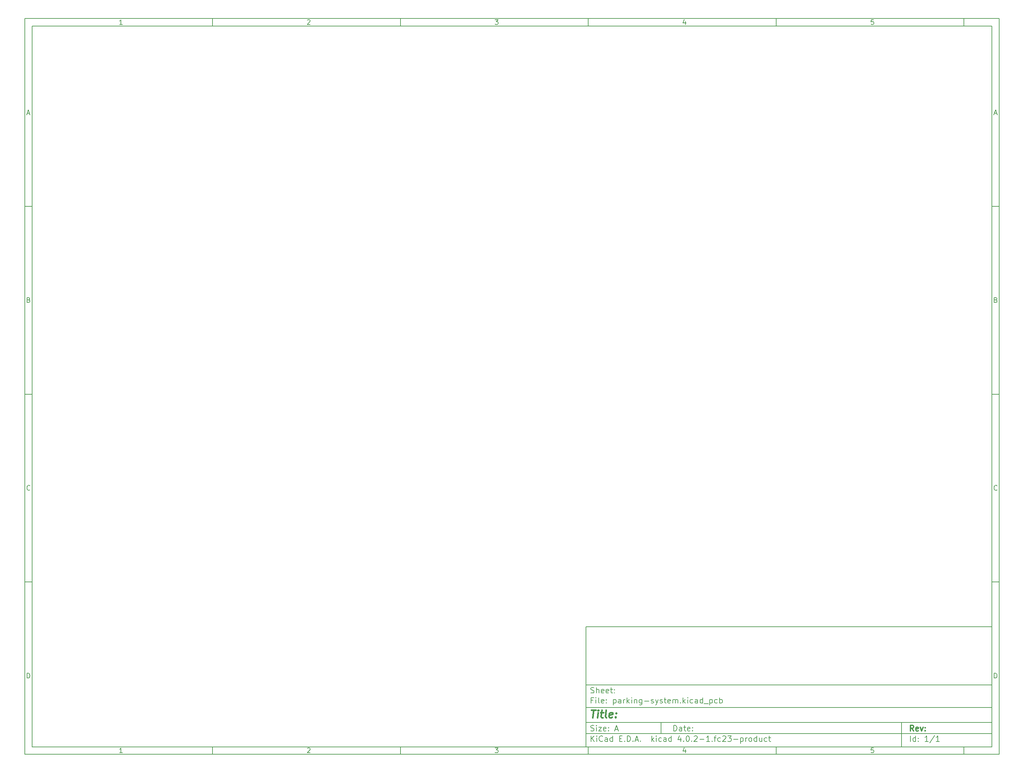
<source format=gbr>
G04 #@! TF.FileFunction,Other,ECO2*
%FSLAX46Y46*%
G04 Gerber Fmt 4.6, Leading zero omitted, Abs format (unit mm)*
G04 Created by KiCad (PCBNEW 4.0.2-1.fc23-product) date Tue 29 Mar 2016 15:32:59 SAST*
%MOMM*%
G01*
G04 APERTURE LIST*
%ADD10C,0.100000*%
%ADD11C,0.150000*%
%ADD12C,0.300000*%
%ADD13C,0.400000*%
G04 APERTURE END LIST*
D10*
D11*
X159400000Y-171900000D02*
X159400000Y-203900000D01*
X267400000Y-203900000D01*
X267400000Y-171900000D01*
X159400000Y-171900000D01*
D10*
D11*
X10000000Y-10000000D02*
X10000000Y-205900000D01*
X269400000Y-205900000D01*
X269400000Y-10000000D01*
X10000000Y-10000000D01*
D10*
D11*
X12000000Y-12000000D02*
X12000000Y-203900000D01*
X267400000Y-203900000D01*
X267400000Y-12000000D01*
X12000000Y-12000000D01*
D10*
D11*
X60000000Y-12000000D02*
X60000000Y-10000000D01*
D10*
D11*
X110000000Y-12000000D02*
X110000000Y-10000000D01*
D10*
D11*
X160000000Y-12000000D02*
X160000000Y-10000000D01*
D10*
D11*
X210000000Y-12000000D02*
X210000000Y-10000000D01*
D10*
D11*
X260000000Y-12000000D02*
X260000000Y-10000000D01*
D10*
D11*
X35990476Y-11588095D02*
X35247619Y-11588095D01*
X35619048Y-11588095D02*
X35619048Y-10288095D01*
X35495238Y-10473810D01*
X35371429Y-10597619D01*
X35247619Y-10659524D01*
D10*
D11*
X85247619Y-10411905D02*
X85309524Y-10350000D01*
X85433333Y-10288095D01*
X85742857Y-10288095D01*
X85866667Y-10350000D01*
X85928571Y-10411905D01*
X85990476Y-10535714D01*
X85990476Y-10659524D01*
X85928571Y-10845238D01*
X85185714Y-11588095D01*
X85990476Y-11588095D01*
D10*
D11*
X135185714Y-10288095D02*
X135990476Y-10288095D01*
X135557143Y-10783333D01*
X135742857Y-10783333D01*
X135866667Y-10845238D01*
X135928571Y-10907143D01*
X135990476Y-11030952D01*
X135990476Y-11340476D01*
X135928571Y-11464286D01*
X135866667Y-11526190D01*
X135742857Y-11588095D01*
X135371429Y-11588095D01*
X135247619Y-11526190D01*
X135185714Y-11464286D01*
D10*
D11*
X185866667Y-10721429D02*
X185866667Y-11588095D01*
X185557143Y-10226190D02*
X185247619Y-11154762D01*
X186052381Y-11154762D01*
D10*
D11*
X235928571Y-10288095D02*
X235309524Y-10288095D01*
X235247619Y-10907143D01*
X235309524Y-10845238D01*
X235433333Y-10783333D01*
X235742857Y-10783333D01*
X235866667Y-10845238D01*
X235928571Y-10907143D01*
X235990476Y-11030952D01*
X235990476Y-11340476D01*
X235928571Y-11464286D01*
X235866667Y-11526190D01*
X235742857Y-11588095D01*
X235433333Y-11588095D01*
X235309524Y-11526190D01*
X235247619Y-11464286D01*
D10*
D11*
X60000000Y-203900000D02*
X60000000Y-205900000D01*
D10*
D11*
X110000000Y-203900000D02*
X110000000Y-205900000D01*
D10*
D11*
X160000000Y-203900000D02*
X160000000Y-205900000D01*
D10*
D11*
X210000000Y-203900000D02*
X210000000Y-205900000D01*
D10*
D11*
X260000000Y-203900000D02*
X260000000Y-205900000D01*
D10*
D11*
X35990476Y-205488095D02*
X35247619Y-205488095D01*
X35619048Y-205488095D02*
X35619048Y-204188095D01*
X35495238Y-204373810D01*
X35371429Y-204497619D01*
X35247619Y-204559524D01*
D10*
D11*
X85247619Y-204311905D02*
X85309524Y-204250000D01*
X85433333Y-204188095D01*
X85742857Y-204188095D01*
X85866667Y-204250000D01*
X85928571Y-204311905D01*
X85990476Y-204435714D01*
X85990476Y-204559524D01*
X85928571Y-204745238D01*
X85185714Y-205488095D01*
X85990476Y-205488095D01*
D10*
D11*
X135185714Y-204188095D02*
X135990476Y-204188095D01*
X135557143Y-204683333D01*
X135742857Y-204683333D01*
X135866667Y-204745238D01*
X135928571Y-204807143D01*
X135990476Y-204930952D01*
X135990476Y-205240476D01*
X135928571Y-205364286D01*
X135866667Y-205426190D01*
X135742857Y-205488095D01*
X135371429Y-205488095D01*
X135247619Y-205426190D01*
X135185714Y-205364286D01*
D10*
D11*
X185866667Y-204621429D02*
X185866667Y-205488095D01*
X185557143Y-204126190D02*
X185247619Y-205054762D01*
X186052381Y-205054762D01*
D10*
D11*
X235928571Y-204188095D02*
X235309524Y-204188095D01*
X235247619Y-204807143D01*
X235309524Y-204745238D01*
X235433333Y-204683333D01*
X235742857Y-204683333D01*
X235866667Y-204745238D01*
X235928571Y-204807143D01*
X235990476Y-204930952D01*
X235990476Y-205240476D01*
X235928571Y-205364286D01*
X235866667Y-205426190D01*
X235742857Y-205488095D01*
X235433333Y-205488095D01*
X235309524Y-205426190D01*
X235247619Y-205364286D01*
D10*
D11*
X10000000Y-60000000D02*
X12000000Y-60000000D01*
D10*
D11*
X10000000Y-110000000D02*
X12000000Y-110000000D01*
D10*
D11*
X10000000Y-160000000D02*
X12000000Y-160000000D01*
D10*
D11*
X10690476Y-35216667D02*
X11309524Y-35216667D01*
X10566667Y-35588095D02*
X11000000Y-34288095D01*
X11433333Y-35588095D01*
D10*
D11*
X11092857Y-84907143D02*
X11278571Y-84969048D01*
X11340476Y-85030952D01*
X11402381Y-85154762D01*
X11402381Y-85340476D01*
X11340476Y-85464286D01*
X11278571Y-85526190D01*
X11154762Y-85588095D01*
X10659524Y-85588095D01*
X10659524Y-84288095D01*
X11092857Y-84288095D01*
X11216667Y-84350000D01*
X11278571Y-84411905D01*
X11340476Y-84535714D01*
X11340476Y-84659524D01*
X11278571Y-84783333D01*
X11216667Y-84845238D01*
X11092857Y-84907143D01*
X10659524Y-84907143D01*
D10*
D11*
X11402381Y-135464286D02*
X11340476Y-135526190D01*
X11154762Y-135588095D01*
X11030952Y-135588095D01*
X10845238Y-135526190D01*
X10721429Y-135402381D01*
X10659524Y-135278571D01*
X10597619Y-135030952D01*
X10597619Y-134845238D01*
X10659524Y-134597619D01*
X10721429Y-134473810D01*
X10845238Y-134350000D01*
X11030952Y-134288095D01*
X11154762Y-134288095D01*
X11340476Y-134350000D01*
X11402381Y-134411905D01*
D10*
D11*
X10659524Y-185588095D02*
X10659524Y-184288095D01*
X10969048Y-184288095D01*
X11154762Y-184350000D01*
X11278571Y-184473810D01*
X11340476Y-184597619D01*
X11402381Y-184845238D01*
X11402381Y-185030952D01*
X11340476Y-185278571D01*
X11278571Y-185402381D01*
X11154762Y-185526190D01*
X10969048Y-185588095D01*
X10659524Y-185588095D01*
D10*
D11*
X269400000Y-60000000D02*
X267400000Y-60000000D01*
D10*
D11*
X269400000Y-110000000D02*
X267400000Y-110000000D01*
D10*
D11*
X269400000Y-160000000D02*
X267400000Y-160000000D01*
D10*
D11*
X268090476Y-35216667D02*
X268709524Y-35216667D01*
X267966667Y-35588095D02*
X268400000Y-34288095D01*
X268833333Y-35588095D01*
D10*
D11*
X268492857Y-84907143D02*
X268678571Y-84969048D01*
X268740476Y-85030952D01*
X268802381Y-85154762D01*
X268802381Y-85340476D01*
X268740476Y-85464286D01*
X268678571Y-85526190D01*
X268554762Y-85588095D01*
X268059524Y-85588095D01*
X268059524Y-84288095D01*
X268492857Y-84288095D01*
X268616667Y-84350000D01*
X268678571Y-84411905D01*
X268740476Y-84535714D01*
X268740476Y-84659524D01*
X268678571Y-84783333D01*
X268616667Y-84845238D01*
X268492857Y-84907143D01*
X268059524Y-84907143D01*
D10*
D11*
X268802381Y-135464286D02*
X268740476Y-135526190D01*
X268554762Y-135588095D01*
X268430952Y-135588095D01*
X268245238Y-135526190D01*
X268121429Y-135402381D01*
X268059524Y-135278571D01*
X267997619Y-135030952D01*
X267997619Y-134845238D01*
X268059524Y-134597619D01*
X268121429Y-134473810D01*
X268245238Y-134350000D01*
X268430952Y-134288095D01*
X268554762Y-134288095D01*
X268740476Y-134350000D01*
X268802381Y-134411905D01*
D10*
D11*
X268059524Y-185588095D02*
X268059524Y-184288095D01*
X268369048Y-184288095D01*
X268554762Y-184350000D01*
X268678571Y-184473810D01*
X268740476Y-184597619D01*
X268802381Y-184845238D01*
X268802381Y-185030952D01*
X268740476Y-185278571D01*
X268678571Y-185402381D01*
X268554762Y-185526190D01*
X268369048Y-185588095D01*
X268059524Y-185588095D01*
D10*
D11*
X182757143Y-199678571D02*
X182757143Y-198178571D01*
X183114286Y-198178571D01*
X183328571Y-198250000D01*
X183471429Y-198392857D01*
X183542857Y-198535714D01*
X183614286Y-198821429D01*
X183614286Y-199035714D01*
X183542857Y-199321429D01*
X183471429Y-199464286D01*
X183328571Y-199607143D01*
X183114286Y-199678571D01*
X182757143Y-199678571D01*
X184900000Y-199678571D02*
X184900000Y-198892857D01*
X184828571Y-198750000D01*
X184685714Y-198678571D01*
X184400000Y-198678571D01*
X184257143Y-198750000D01*
X184900000Y-199607143D02*
X184757143Y-199678571D01*
X184400000Y-199678571D01*
X184257143Y-199607143D01*
X184185714Y-199464286D01*
X184185714Y-199321429D01*
X184257143Y-199178571D01*
X184400000Y-199107143D01*
X184757143Y-199107143D01*
X184900000Y-199035714D01*
X185400000Y-198678571D02*
X185971429Y-198678571D01*
X185614286Y-198178571D02*
X185614286Y-199464286D01*
X185685714Y-199607143D01*
X185828572Y-199678571D01*
X185971429Y-199678571D01*
X187042857Y-199607143D02*
X186900000Y-199678571D01*
X186614286Y-199678571D01*
X186471429Y-199607143D01*
X186400000Y-199464286D01*
X186400000Y-198892857D01*
X186471429Y-198750000D01*
X186614286Y-198678571D01*
X186900000Y-198678571D01*
X187042857Y-198750000D01*
X187114286Y-198892857D01*
X187114286Y-199035714D01*
X186400000Y-199178571D01*
X187757143Y-199535714D02*
X187828571Y-199607143D01*
X187757143Y-199678571D01*
X187685714Y-199607143D01*
X187757143Y-199535714D01*
X187757143Y-199678571D01*
X187757143Y-198750000D02*
X187828571Y-198821429D01*
X187757143Y-198892857D01*
X187685714Y-198821429D01*
X187757143Y-198750000D01*
X187757143Y-198892857D01*
D10*
D11*
X159400000Y-200400000D02*
X267400000Y-200400000D01*
D10*
D11*
X160757143Y-202478571D02*
X160757143Y-200978571D01*
X161614286Y-202478571D02*
X160971429Y-201621429D01*
X161614286Y-200978571D02*
X160757143Y-201835714D01*
X162257143Y-202478571D02*
X162257143Y-201478571D01*
X162257143Y-200978571D02*
X162185714Y-201050000D01*
X162257143Y-201121429D01*
X162328571Y-201050000D01*
X162257143Y-200978571D01*
X162257143Y-201121429D01*
X163828572Y-202335714D02*
X163757143Y-202407143D01*
X163542857Y-202478571D01*
X163400000Y-202478571D01*
X163185715Y-202407143D01*
X163042857Y-202264286D01*
X162971429Y-202121429D01*
X162900000Y-201835714D01*
X162900000Y-201621429D01*
X162971429Y-201335714D01*
X163042857Y-201192857D01*
X163185715Y-201050000D01*
X163400000Y-200978571D01*
X163542857Y-200978571D01*
X163757143Y-201050000D01*
X163828572Y-201121429D01*
X165114286Y-202478571D02*
X165114286Y-201692857D01*
X165042857Y-201550000D01*
X164900000Y-201478571D01*
X164614286Y-201478571D01*
X164471429Y-201550000D01*
X165114286Y-202407143D02*
X164971429Y-202478571D01*
X164614286Y-202478571D01*
X164471429Y-202407143D01*
X164400000Y-202264286D01*
X164400000Y-202121429D01*
X164471429Y-201978571D01*
X164614286Y-201907143D01*
X164971429Y-201907143D01*
X165114286Y-201835714D01*
X166471429Y-202478571D02*
X166471429Y-200978571D01*
X166471429Y-202407143D02*
X166328572Y-202478571D01*
X166042858Y-202478571D01*
X165900000Y-202407143D01*
X165828572Y-202335714D01*
X165757143Y-202192857D01*
X165757143Y-201764286D01*
X165828572Y-201621429D01*
X165900000Y-201550000D01*
X166042858Y-201478571D01*
X166328572Y-201478571D01*
X166471429Y-201550000D01*
X168328572Y-201692857D02*
X168828572Y-201692857D01*
X169042858Y-202478571D02*
X168328572Y-202478571D01*
X168328572Y-200978571D01*
X169042858Y-200978571D01*
X169685715Y-202335714D02*
X169757143Y-202407143D01*
X169685715Y-202478571D01*
X169614286Y-202407143D01*
X169685715Y-202335714D01*
X169685715Y-202478571D01*
X170400001Y-202478571D02*
X170400001Y-200978571D01*
X170757144Y-200978571D01*
X170971429Y-201050000D01*
X171114287Y-201192857D01*
X171185715Y-201335714D01*
X171257144Y-201621429D01*
X171257144Y-201835714D01*
X171185715Y-202121429D01*
X171114287Y-202264286D01*
X170971429Y-202407143D01*
X170757144Y-202478571D01*
X170400001Y-202478571D01*
X171900001Y-202335714D02*
X171971429Y-202407143D01*
X171900001Y-202478571D01*
X171828572Y-202407143D01*
X171900001Y-202335714D01*
X171900001Y-202478571D01*
X172542858Y-202050000D02*
X173257144Y-202050000D01*
X172400001Y-202478571D02*
X172900001Y-200978571D01*
X173400001Y-202478571D01*
X173900001Y-202335714D02*
X173971429Y-202407143D01*
X173900001Y-202478571D01*
X173828572Y-202407143D01*
X173900001Y-202335714D01*
X173900001Y-202478571D01*
X176900001Y-202478571D02*
X176900001Y-200978571D01*
X177042858Y-201907143D02*
X177471429Y-202478571D01*
X177471429Y-201478571D02*
X176900001Y-202050000D01*
X178114287Y-202478571D02*
X178114287Y-201478571D01*
X178114287Y-200978571D02*
X178042858Y-201050000D01*
X178114287Y-201121429D01*
X178185715Y-201050000D01*
X178114287Y-200978571D01*
X178114287Y-201121429D01*
X179471430Y-202407143D02*
X179328573Y-202478571D01*
X179042859Y-202478571D01*
X178900001Y-202407143D01*
X178828573Y-202335714D01*
X178757144Y-202192857D01*
X178757144Y-201764286D01*
X178828573Y-201621429D01*
X178900001Y-201550000D01*
X179042859Y-201478571D01*
X179328573Y-201478571D01*
X179471430Y-201550000D01*
X180757144Y-202478571D02*
X180757144Y-201692857D01*
X180685715Y-201550000D01*
X180542858Y-201478571D01*
X180257144Y-201478571D01*
X180114287Y-201550000D01*
X180757144Y-202407143D02*
X180614287Y-202478571D01*
X180257144Y-202478571D01*
X180114287Y-202407143D01*
X180042858Y-202264286D01*
X180042858Y-202121429D01*
X180114287Y-201978571D01*
X180257144Y-201907143D01*
X180614287Y-201907143D01*
X180757144Y-201835714D01*
X182114287Y-202478571D02*
X182114287Y-200978571D01*
X182114287Y-202407143D02*
X181971430Y-202478571D01*
X181685716Y-202478571D01*
X181542858Y-202407143D01*
X181471430Y-202335714D01*
X181400001Y-202192857D01*
X181400001Y-201764286D01*
X181471430Y-201621429D01*
X181542858Y-201550000D01*
X181685716Y-201478571D01*
X181971430Y-201478571D01*
X182114287Y-201550000D01*
X184614287Y-201478571D02*
X184614287Y-202478571D01*
X184257144Y-200907143D02*
X183900001Y-201978571D01*
X184828573Y-201978571D01*
X185400001Y-202335714D02*
X185471429Y-202407143D01*
X185400001Y-202478571D01*
X185328572Y-202407143D01*
X185400001Y-202335714D01*
X185400001Y-202478571D01*
X186400001Y-200978571D02*
X186542858Y-200978571D01*
X186685715Y-201050000D01*
X186757144Y-201121429D01*
X186828573Y-201264286D01*
X186900001Y-201550000D01*
X186900001Y-201907143D01*
X186828573Y-202192857D01*
X186757144Y-202335714D01*
X186685715Y-202407143D01*
X186542858Y-202478571D01*
X186400001Y-202478571D01*
X186257144Y-202407143D01*
X186185715Y-202335714D01*
X186114287Y-202192857D01*
X186042858Y-201907143D01*
X186042858Y-201550000D01*
X186114287Y-201264286D01*
X186185715Y-201121429D01*
X186257144Y-201050000D01*
X186400001Y-200978571D01*
X187542858Y-202335714D02*
X187614286Y-202407143D01*
X187542858Y-202478571D01*
X187471429Y-202407143D01*
X187542858Y-202335714D01*
X187542858Y-202478571D01*
X188185715Y-201121429D02*
X188257144Y-201050000D01*
X188400001Y-200978571D01*
X188757144Y-200978571D01*
X188900001Y-201050000D01*
X188971430Y-201121429D01*
X189042858Y-201264286D01*
X189042858Y-201407143D01*
X188971430Y-201621429D01*
X188114287Y-202478571D01*
X189042858Y-202478571D01*
X189685715Y-201907143D02*
X190828572Y-201907143D01*
X192328572Y-202478571D02*
X191471429Y-202478571D01*
X191900001Y-202478571D02*
X191900001Y-200978571D01*
X191757144Y-201192857D01*
X191614286Y-201335714D01*
X191471429Y-201407143D01*
X192971429Y-202335714D02*
X193042857Y-202407143D01*
X192971429Y-202478571D01*
X192900000Y-202407143D01*
X192971429Y-202335714D01*
X192971429Y-202478571D01*
X193471429Y-201478571D02*
X194042858Y-201478571D01*
X193685715Y-202478571D02*
X193685715Y-201192857D01*
X193757143Y-201050000D01*
X193900001Y-200978571D01*
X194042858Y-200978571D01*
X195185715Y-202407143D02*
X195042858Y-202478571D01*
X194757144Y-202478571D01*
X194614286Y-202407143D01*
X194542858Y-202335714D01*
X194471429Y-202192857D01*
X194471429Y-201764286D01*
X194542858Y-201621429D01*
X194614286Y-201550000D01*
X194757144Y-201478571D01*
X195042858Y-201478571D01*
X195185715Y-201550000D01*
X195757143Y-201121429D02*
X195828572Y-201050000D01*
X195971429Y-200978571D01*
X196328572Y-200978571D01*
X196471429Y-201050000D01*
X196542858Y-201121429D01*
X196614286Y-201264286D01*
X196614286Y-201407143D01*
X196542858Y-201621429D01*
X195685715Y-202478571D01*
X196614286Y-202478571D01*
X197114286Y-200978571D02*
X198042857Y-200978571D01*
X197542857Y-201550000D01*
X197757143Y-201550000D01*
X197900000Y-201621429D01*
X197971429Y-201692857D01*
X198042857Y-201835714D01*
X198042857Y-202192857D01*
X197971429Y-202335714D01*
X197900000Y-202407143D01*
X197757143Y-202478571D01*
X197328571Y-202478571D01*
X197185714Y-202407143D01*
X197114286Y-202335714D01*
X198685714Y-201907143D02*
X199828571Y-201907143D01*
X200542857Y-201478571D02*
X200542857Y-202978571D01*
X200542857Y-201550000D02*
X200685714Y-201478571D01*
X200971428Y-201478571D01*
X201114285Y-201550000D01*
X201185714Y-201621429D01*
X201257143Y-201764286D01*
X201257143Y-202192857D01*
X201185714Y-202335714D01*
X201114285Y-202407143D01*
X200971428Y-202478571D01*
X200685714Y-202478571D01*
X200542857Y-202407143D01*
X201900000Y-202478571D02*
X201900000Y-201478571D01*
X201900000Y-201764286D02*
X201971428Y-201621429D01*
X202042857Y-201550000D01*
X202185714Y-201478571D01*
X202328571Y-201478571D01*
X203042857Y-202478571D02*
X202899999Y-202407143D01*
X202828571Y-202335714D01*
X202757142Y-202192857D01*
X202757142Y-201764286D01*
X202828571Y-201621429D01*
X202899999Y-201550000D01*
X203042857Y-201478571D01*
X203257142Y-201478571D01*
X203399999Y-201550000D01*
X203471428Y-201621429D01*
X203542857Y-201764286D01*
X203542857Y-202192857D01*
X203471428Y-202335714D01*
X203399999Y-202407143D01*
X203257142Y-202478571D01*
X203042857Y-202478571D01*
X204828571Y-202478571D02*
X204828571Y-200978571D01*
X204828571Y-202407143D02*
X204685714Y-202478571D01*
X204400000Y-202478571D01*
X204257142Y-202407143D01*
X204185714Y-202335714D01*
X204114285Y-202192857D01*
X204114285Y-201764286D01*
X204185714Y-201621429D01*
X204257142Y-201550000D01*
X204400000Y-201478571D01*
X204685714Y-201478571D01*
X204828571Y-201550000D01*
X206185714Y-201478571D02*
X206185714Y-202478571D01*
X205542857Y-201478571D02*
X205542857Y-202264286D01*
X205614285Y-202407143D01*
X205757143Y-202478571D01*
X205971428Y-202478571D01*
X206114285Y-202407143D01*
X206185714Y-202335714D01*
X207542857Y-202407143D02*
X207400000Y-202478571D01*
X207114286Y-202478571D01*
X206971428Y-202407143D01*
X206900000Y-202335714D01*
X206828571Y-202192857D01*
X206828571Y-201764286D01*
X206900000Y-201621429D01*
X206971428Y-201550000D01*
X207114286Y-201478571D01*
X207400000Y-201478571D01*
X207542857Y-201550000D01*
X207971428Y-201478571D02*
X208542857Y-201478571D01*
X208185714Y-200978571D02*
X208185714Y-202264286D01*
X208257142Y-202407143D01*
X208400000Y-202478571D01*
X208542857Y-202478571D01*
D10*
D11*
X159400000Y-197400000D02*
X267400000Y-197400000D01*
D10*
D12*
X246614286Y-199678571D02*
X246114286Y-198964286D01*
X245757143Y-199678571D02*
X245757143Y-198178571D01*
X246328571Y-198178571D01*
X246471429Y-198250000D01*
X246542857Y-198321429D01*
X246614286Y-198464286D01*
X246614286Y-198678571D01*
X246542857Y-198821429D01*
X246471429Y-198892857D01*
X246328571Y-198964286D01*
X245757143Y-198964286D01*
X247828571Y-199607143D02*
X247685714Y-199678571D01*
X247400000Y-199678571D01*
X247257143Y-199607143D01*
X247185714Y-199464286D01*
X247185714Y-198892857D01*
X247257143Y-198750000D01*
X247400000Y-198678571D01*
X247685714Y-198678571D01*
X247828571Y-198750000D01*
X247900000Y-198892857D01*
X247900000Y-199035714D01*
X247185714Y-199178571D01*
X248400000Y-198678571D02*
X248757143Y-199678571D01*
X249114285Y-198678571D01*
X249685714Y-199535714D02*
X249757142Y-199607143D01*
X249685714Y-199678571D01*
X249614285Y-199607143D01*
X249685714Y-199535714D01*
X249685714Y-199678571D01*
X249685714Y-198750000D02*
X249757142Y-198821429D01*
X249685714Y-198892857D01*
X249614285Y-198821429D01*
X249685714Y-198750000D01*
X249685714Y-198892857D01*
D10*
D11*
X160685714Y-199607143D02*
X160900000Y-199678571D01*
X161257143Y-199678571D01*
X161400000Y-199607143D01*
X161471429Y-199535714D01*
X161542857Y-199392857D01*
X161542857Y-199250000D01*
X161471429Y-199107143D01*
X161400000Y-199035714D01*
X161257143Y-198964286D01*
X160971429Y-198892857D01*
X160828571Y-198821429D01*
X160757143Y-198750000D01*
X160685714Y-198607143D01*
X160685714Y-198464286D01*
X160757143Y-198321429D01*
X160828571Y-198250000D01*
X160971429Y-198178571D01*
X161328571Y-198178571D01*
X161542857Y-198250000D01*
X162185714Y-199678571D02*
X162185714Y-198678571D01*
X162185714Y-198178571D02*
X162114285Y-198250000D01*
X162185714Y-198321429D01*
X162257142Y-198250000D01*
X162185714Y-198178571D01*
X162185714Y-198321429D01*
X162757143Y-198678571D02*
X163542857Y-198678571D01*
X162757143Y-199678571D01*
X163542857Y-199678571D01*
X164685714Y-199607143D02*
X164542857Y-199678571D01*
X164257143Y-199678571D01*
X164114286Y-199607143D01*
X164042857Y-199464286D01*
X164042857Y-198892857D01*
X164114286Y-198750000D01*
X164257143Y-198678571D01*
X164542857Y-198678571D01*
X164685714Y-198750000D01*
X164757143Y-198892857D01*
X164757143Y-199035714D01*
X164042857Y-199178571D01*
X165400000Y-199535714D02*
X165471428Y-199607143D01*
X165400000Y-199678571D01*
X165328571Y-199607143D01*
X165400000Y-199535714D01*
X165400000Y-199678571D01*
X165400000Y-198750000D02*
X165471428Y-198821429D01*
X165400000Y-198892857D01*
X165328571Y-198821429D01*
X165400000Y-198750000D01*
X165400000Y-198892857D01*
X167185714Y-199250000D02*
X167900000Y-199250000D01*
X167042857Y-199678571D02*
X167542857Y-198178571D01*
X168042857Y-199678571D01*
D10*
D11*
X245757143Y-202478571D02*
X245757143Y-200978571D01*
X247114286Y-202478571D02*
X247114286Y-200978571D01*
X247114286Y-202407143D02*
X246971429Y-202478571D01*
X246685715Y-202478571D01*
X246542857Y-202407143D01*
X246471429Y-202335714D01*
X246400000Y-202192857D01*
X246400000Y-201764286D01*
X246471429Y-201621429D01*
X246542857Y-201550000D01*
X246685715Y-201478571D01*
X246971429Y-201478571D01*
X247114286Y-201550000D01*
X247828572Y-202335714D02*
X247900000Y-202407143D01*
X247828572Y-202478571D01*
X247757143Y-202407143D01*
X247828572Y-202335714D01*
X247828572Y-202478571D01*
X247828572Y-201550000D02*
X247900000Y-201621429D01*
X247828572Y-201692857D01*
X247757143Y-201621429D01*
X247828572Y-201550000D01*
X247828572Y-201692857D01*
X250471429Y-202478571D02*
X249614286Y-202478571D01*
X250042858Y-202478571D02*
X250042858Y-200978571D01*
X249900001Y-201192857D01*
X249757143Y-201335714D01*
X249614286Y-201407143D01*
X252185714Y-200907143D02*
X250900000Y-202835714D01*
X253471429Y-202478571D02*
X252614286Y-202478571D01*
X253042858Y-202478571D02*
X253042858Y-200978571D01*
X252900001Y-201192857D01*
X252757143Y-201335714D01*
X252614286Y-201407143D01*
D10*
D11*
X159400000Y-193400000D02*
X267400000Y-193400000D01*
D10*
D13*
X160852381Y-194104762D02*
X161995238Y-194104762D01*
X161173810Y-196104762D02*
X161423810Y-194104762D01*
X162411905Y-196104762D02*
X162578571Y-194771429D01*
X162661905Y-194104762D02*
X162554762Y-194200000D01*
X162638095Y-194295238D01*
X162745239Y-194200000D01*
X162661905Y-194104762D01*
X162638095Y-194295238D01*
X163245238Y-194771429D02*
X164007143Y-194771429D01*
X163614286Y-194104762D02*
X163400000Y-195819048D01*
X163471430Y-196009524D01*
X163650001Y-196104762D01*
X163840477Y-196104762D01*
X164792858Y-196104762D02*
X164614287Y-196009524D01*
X164542857Y-195819048D01*
X164757143Y-194104762D01*
X166328572Y-196009524D02*
X166126191Y-196104762D01*
X165745239Y-196104762D01*
X165566667Y-196009524D01*
X165495238Y-195819048D01*
X165590476Y-195057143D01*
X165709524Y-194866667D01*
X165911905Y-194771429D01*
X166292857Y-194771429D01*
X166471429Y-194866667D01*
X166542857Y-195057143D01*
X166519048Y-195247619D01*
X165542857Y-195438095D01*
X167292857Y-195914286D02*
X167376192Y-196009524D01*
X167269048Y-196104762D01*
X167185715Y-196009524D01*
X167292857Y-195914286D01*
X167269048Y-196104762D01*
X167423810Y-194866667D02*
X167507144Y-194961905D01*
X167400000Y-195057143D01*
X167316667Y-194961905D01*
X167423810Y-194866667D01*
X167400000Y-195057143D01*
D10*
D11*
X161257143Y-191492857D02*
X160757143Y-191492857D01*
X160757143Y-192278571D02*
X160757143Y-190778571D01*
X161471429Y-190778571D01*
X162042857Y-192278571D02*
X162042857Y-191278571D01*
X162042857Y-190778571D02*
X161971428Y-190850000D01*
X162042857Y-190921429D01*
X162114285Y-190850000D01*
X162042857Y-190778571D01*
X162042857Y-190921429D01*
X162971429Y-192278571D02*
X162828571Y-192207143D01*
X162757143Y-192064286D01*
X162757143Y-190778571D01*
X164114285Y-192207143D02*
X163971428Y-192278571D01*
X163685714Y-192278571D01*
X163542857Y-192207143D01*
X163471428Y-192064286D01*
X163471428Y-191492857D01*
X163542857Y-191350000D01*
X163685714Y-191278571D01*
X163971428Y-191278571D01*
X164114285Y-191350000D01*
X164185714Y-191492857D01*
X164185714Y-191635714D01*
X163471428Y-191778571D01*
X164828571Y-192135714D02*
X164899999Y-192207143D01*
X164828571Y-192278571D01*
X164757142Y-192207143D01*
X164828571Y-192135714D01*
X164828571Y-192278571D01*
X164828571Y-191350000D02*
X164899999Y-191421429D01*
X164828571Y-191492857D01*
X164757142Y-191421429D01*
X164828571Y-191350000D01*
X164828571Y-191492857D01*
X166685714Y-191278571D02*
X166685714Y-192778571D01*
X166685714Y-191350000D02*
X166828571Y-191278571D01*
X167114285Y-191278571D01*
X167257142Y-191350000D01*
X167328571Y-191421429D01*
X167400000Y-191564286D01*
X167400000Y-191992857D01*
X167328571Y-192135714D01*
X167257142Y-192207143D01*
X167114285Y-192278571D01*
X166828571Y-192278571D01*
X166685714Y-192207143D01*
X168685714Y-192278571D02*
X168685714Y-191492857D01*
X168614285Y-191350000D01*
X168471428Y-191278571D01*
X168185714Y-191278571D01*
X168042857Y-191350000D01*
X168685714Y-192207143D02*
X168542857Y-192278571D01*
X168185714Y-192278571D01*
X168042857Y-192207143D01*
X167971428Y-192064286D01*
X167971428Y-191921429D01*
X168042857Y-191778571D01*
X168185714Y-191707143D01*
X168542857Y-191707143D01*
X168685714Y-191635714D01*
X169400000Y-192278571D02*
X169400000Y-191278571D01*
X169400000Y-191564286D02*
X169471428Y-191421429D01*
X169542857Y-191350000D01*
X169685714Y-191278571D01*
X169828571Y-191278571D01*
X170328571Y-192278571D02*
X170328571Y-190778571D01*
X170471428Y-191707143D02*
X170899999Y-192278571D01*
X170899999Y-191278571D02*
X170328571Y-191850000D01*
X171542857Y-192278571D02*
X171542857Y-191278571D01*
X171542857Y-190778571D02*
X171471428Y-190850000D01*
X171542857Y-190921429D01*
X171614285Y-190850000D01*
X171542857Y-190778571D01*
X171542857Y-190921429D01*
X172257143Y-191278571D02*
X172257143Y-192278571D01*
X172257143Y-191421429D02*
X172328571Y-191350000D01*
X172471429Y-191278571D01*
X172685714Y-191278571D01*
X172828571Y-191350000D01*
X172900000Y-191492857D01*
X172900000Y-192278571D01*
X174257143Y-191278571D02*
X174257143Y-192492857D01*
X174185714Y-192635714D01*
X174114286Y-192707143D01*
X173971429Y-192778571D01*
X173757143Y-192778571D01*
X173614286Y-192707143D01*
X174257143Y-192207143D02*
X174114286Y-192278571D01*
X173828572Y-192278571D01*
X173685714Y-192207143D01*
X173614286Y-192135714D01*
X173542857Y-191992857D01*
X173542857Y-191564286D01*
X173614286Y-191421429D01*
X173685714Y-191350000D01*
X173828572Y-191278571D01*
X174114286Y-191278571D01*
X174257143Y-191350000D01*
X174971429Y-191707143D02*
X176114286Y-191707143D01*
X176757143Y-192207143D02*
X176900000Y-192278571D01*
X177185715Y-192278571D01*
X177328572Y-192207143D01*
X177400000Y-192064286D01*
X177400000Y-191992857D01*
X177328572Y-191850000D01*
X177185715Y-191778571D01*
X176971429Y-191778571D01*
X176828572Y-191707143D01*
X176757143Y-191564286D01*
X176757143Y-191492857D01*
X176828572Y-191350000D01*
X176971429Y-191278571D01*
X177185715Y-191278571D01*
X177328572Y-191350000D01*
X177900001Y-191278571D02*
X178257144Y-192278571D01*
X178614286Y-191278571D02*
X178257144Y-192278571D01*
X178114286Y-192635714D01*
X178042858Y-192707143D01*
X177900001Y-192778571D01*
X179114286Y-192207143D02*
X179257143Y-192278571D01*
X179542858Y-192278571D01*
X179685715Y-192207143D01*
X179757143Y-192064286D01*
X179757143Y-191992857D01*
X179685715Y-191850000D01*
X179542858Y-191778571D01*
X179328572Y-191778571D01*
X179185715Y-191707143D01*
X179114286Y-191564286D01*
X179114286Y-191492857D01*
X179185715Y-191350000D01*
X179328572Y-191278571D01*
X179542858Y-191278571D01*
X179685715Y-191350000D01*
X180185715Y-191278571D02*
X180757144Y-191278571D01*
X180400001Y-190778571D02*
X180400001Y-192064286D01*
X180471429Y-192207143D01*
X180614287Y-192278571D01*
X180757144Y-192278571D01*
X181828572Y-192207143D02*
X181685715Y-192278571D01*
X181400001Y-192278571D01*
X181257144Y-192207143D01*
X181185715Y-192064286D01*
X181185715Y-191492857D01*
X181257144Y-191350000D01*
X181400001Y-191278571D01*
X181685715Y-191278571D01*
X181828572Y-191350000D01*
X181900001Y-191492857D01*
X181900001Y-191635714D01*
X181185715Y-191778571D01*
X182542858Y-192278571D02*
X182542858Y-191278571D01*
X182542858Y-191421429D02*
X182614286Y-191350000D01*
X182757144Y-191278571D01*
X182971429Y-191278571D01*
X183114286Y-191350000D01*
X183185715Y-191492857D01*
X183185715Y-192278571D01*
X183185715Y-191492857D02*
X183257144Y-191350000D01*
X183400001Y-191278571D01*
X183614286Y-191278571D01*
X183757144Y-191350000D01*
X183828572Y-191492857D01*
X183828572Y-192278571D01*
X184542858Y-192135714D02*
X184614286Y-192207143D01*
X184542858Y-192278571D01*
X184471429Y-192207143D01*
X184542858Y-192135714D01*
X184542858Y-192278571D01*
X185257144Y-192278571D02*
X185257144Y-190778571D01*
X185400001Y-191707143D02*
X185828572Y-192278571D01*
X185828572Y-191278571D02*
X185257144Y-191850000D01*
X186471430Y-192278571D02*
X186471430Y-191278571D01*
X186471430Y-190778571D02*
X186400001Y-190850000D01*
X186471430Y-190921429D01*
X186542858Y-190850000D01*
X186471430Y-190778571D01*
X186471430Y-190921429D01*
X187828573Y-192207143D02*
X187685716Y-192278571D01*
X187400002Y-192278571D01*
X187257144Y-192207143D01*
X187185716Y-192135714D01*
X187114287Y-191992857D01*
X187114287Y-191564286D01*
X187185716Y-191421429D01*
X187257144Y-191350000D01*
X187400002Y-191278571D01*
X187685716Y-191278571D01*
X187828573Y-191350000D01*
X189114287Y-192278571D02*
X189114287Y-191492857D01*
X189042858Y-191350000D01*
X188900001Y-191278571D01*
X188614287Y-191278571D01*
X188471430Y-191350000D01*
X189114287Y-192207143D02*
X188971430Y-192278571D01*
X188614287Y-192278571D01*
X188471430Y-192207143D01*
X188400001Y-192064286D01*
X188400001Y-191921429D01*
X188471430Y-191778571D01*
X188614287Y-191707143D01*
X188971430Y-191707143D01*
X189114287Y-191635714D01*
X190471430Y-192278571D02*
X190471430Y-190778571D01*
X190471430Y-192207143D02*
X190328573Y-192278571D01*
X190042859Y-192278571D01*
X189900001Y-192207143D01*
X189828573Y-192135714D01*
X189757144Y-191992857D01*
X189757144Y-191564286D01*
X189828573Y-191421429D01*
X189900001Y-191350000D01*
X190042859Y-191278571D01*
X190328573Y-191278571D01*
X190471430Y-191350000D01*
X190828573Y-192421429D02*
X191971430Y-192421429D01*
X192328573Y-191278571D02*
X192328573Y-192778571D01*
X192328573Y-191350000D02*
X192471430Y-191278571D01*
X192757144Y-191278571D01*
X192900001Y-191350000D01*
X192971430Y-191421429D01*
X193042859Y-191564286D01*
X193042859Y-191992857D01*
X192971430Y-192135714D01*
X192900001Y-192207143D01*
X192757144Y-192278571D01*
X192471430Y-192278571D01*
X192328573Y-192207143D01*
X194328573Y-192207143D02*
X194185716Y-192278571D01*
X193900002Y-192278571D01*
X193757144Y-192207143D01*
X193685716Y-192135714D01*
X193614287Y-191992857D01*
X193614287Y-191564286D01*
X193685716Y-191421429D01*
X193757144Y-191350000D01*
X193900002Y-191278571D01*
X194185716Y-191278571D01*
X194328573Y-191350000D01*
X194971430Y-192278571D02*
X194971430Y-190778571D01*
X194971430Y-191350000D02*
X195114287Y-191278571D01*
X195400001Y-191278571D01*
X195542858Y-191350000D01*
X195614287Y-191421429D01*
X195685716Y-191564286D01*
X195685716Y-191992857D01*
X195614287Y-192135714D01*
X195542858Y-192207143D01*
X195400001Y-192278571D01*
X195114287Y-192278571D01*
X194971430Y-192207143D01*
D10*
D11*
X159400000Y-187400000D02*
X267400000Y-187400000D01*
D10*
D11*
X160685714Y-189507143D02*
X160900000Y-189578571D01*
X161257143Y-189578571D01*
X161400000Y-189507143D01*
X161471429Y-189435714D01*
X161542857Y-189292857D01*
X161542857Y-189150000D01*
X161471429Y-189007143D01*
X161400000Y-188935714D01*
X161257143Y-188864286D01*
X160971429Y-188792857D01*
X160828571Y-188721429D01*
X160757143Y-188650000D01*
X160685714Y-188507143D01*
X160685714Y-188364286D01*
X160757143Y-188221429D01*
X160828571Y-188150000D01*
X160971429Y-188078571D01*
X161328571Y-188078571D01*
X161542857Y-188150000D01*
X162185714Y-189578571D02*
X162185714Y-188078571D01*
X162828571Y-189578571D02*
X162828571Y-188792857D01*
X162757142Y-188650000D01*
X162614285Y-188578571D01*
X162400000Y-188578571D01*
X162257142Y-188650000D01*
X162185714Y-188721429D01*
X164114285Y-189507143D02*
X163971428Y-189578571D01*
X163685714Y-189578571D01*
X163542857Y-189507143D01*
X163471428Y-189364286D01*
X163471428Y-188792857D01*
X163542857Y-188650000D01*
X163685714Y-188578571D01*
X163971428Y-188578571D01*
X164114285Y-188650000D01*
X164185714Y-188792857D01*
X164185714Y-188935714D01*
X163471428Y-189078571D01*
X165399999Y-189507143D02*
X165257142Y-189578571D01*
X164971428Y-189578571D01*
X164828571Y-189507143D01*
X164757142Y-189364286D01*
X164757142Y-188792857D01*
X164828571Y-188650000D01*
X164971428Y-188578571D01*
X165257142Y-188578571D01*
X165399999Y-188650000D01*
X165471428Y-188792857D01*
X165471428Y-188935714D01*
X164757142Y-189078571D01*
X165899999Y-188578571D02*
X166471428Y-188578571D01*
X166114285Y-188078571D02*
X166114285Y-189364286D01*
X166185713Y-189507143D01*
X166328571Y-189578571D01*
X166471428Y-189578571D01*
X166971428Y-189435714D02*
X167042856Y-189507143D01*
X166971428Y-189578571D01*
X166899999Y-189507143D01*
X166971428Y-189435714D01*
X166971428Y-189578571D01*
X166971428Y-188650000D02*
X167042856Y-188721429D01*
X166971428Y-188792857D01*
X166899999Y-188721429D01*
X166971428Y-188650000D01*
X166971428Y-188792857D01*
D10*
D11*
X179400000Y-197400000D02*
X179400000Y-200400000D01*
D10*
D11*
X243400000Y-197400000D02*
X243400000Y-203900000D01*
M02*

</source>
